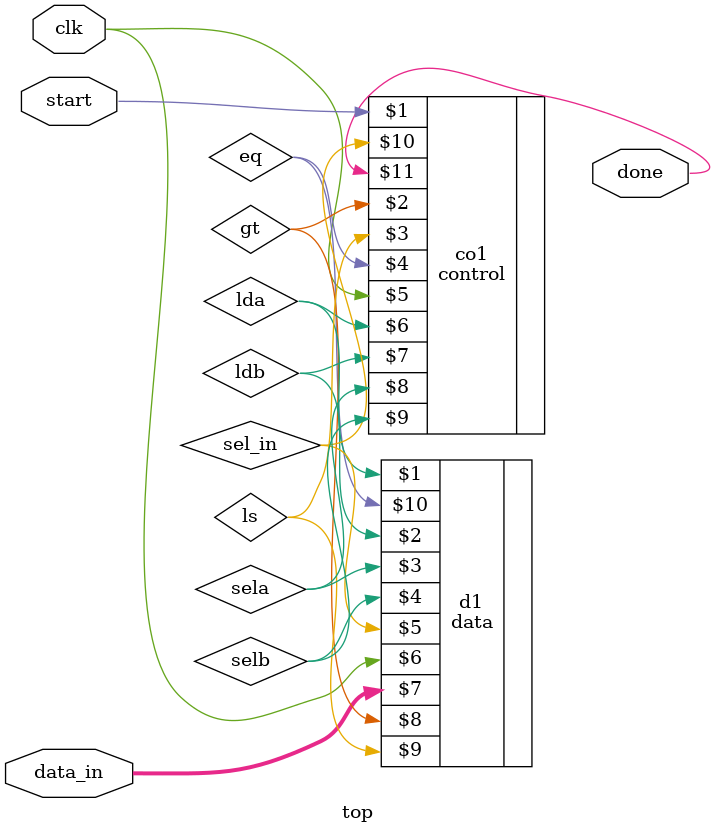
<source format=v>
module top(data_in,clk,start,done);

input [15:0] data_in;
input clk,start;
output done;

wire lda,ldb,sela,selb,sel_in,gt,ls,eq;

data d1(lda,ldb,sela,selb,sel_in,clk,data_in,gt,ls,eq);

control co1(start,gt,ls,eq,clk,lda,ldb,sela,selb,sel_in,done);

endmodule

</source>
